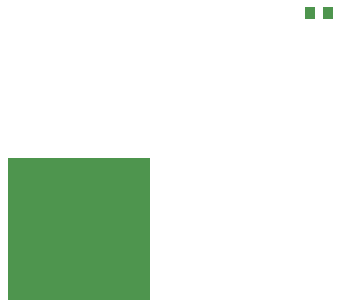
<source format=gbr>
G04 EAGLE Gerber RS-274X export*
G75*
%MOMM*%
%FSLAX34Y34*%
%LPD*%
%INSolderpaste Bottom*%
%IPPOS*%
%AMOC8*
5,1,8,0,0,1.08239X$1,22.5*%
G01*
%ADD10R,0.949959X1.031241*%
%ADD11R,12.000000X12.000000*%


D10*
X284099Y462280D03*
X300101Y462280D03*
D11*
X88900Y279400D03*
M02*

</source>
